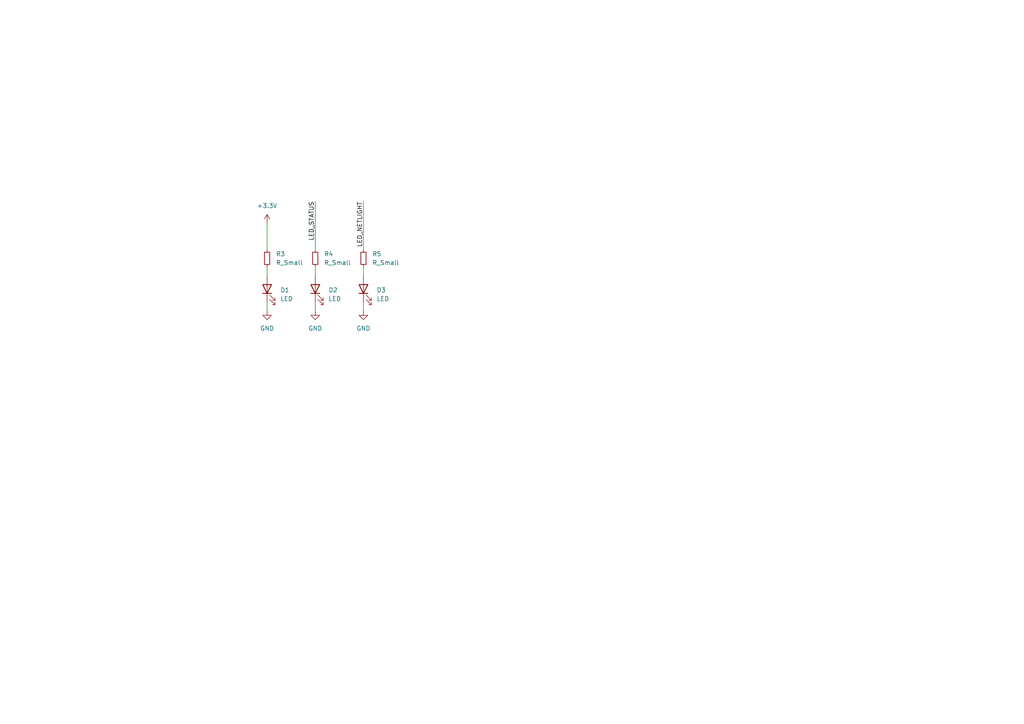
<source format=kicad_sch>
(kicad_sch (version 20230121) (generator eeschema)
  (paper "A4")
  (lib_symbols
    (symbol "Device:LED" (pin_numbers hide) (pin_names (offset 1.016) hide)
      (property "Reference" "D" (at 0 2.54 0))
      (property "Value" "LED" (at 0 -2.54 0))
      (symbol "LED_0_1"
        (polyline (pts (xy -1.27 -1.27) (xy -1.27 1.27)) (stroke (width 0.254)))
        (polyline (pts (xy -1.27 0) (xy 1.27 0)))
        (polyline (pts (xy 1.27 -1.27) (xy 1.27 1.27) (xy -1.27 0) (xy 1.27 -1.27)) (stroke (width 0.254)))
        (polyline (pts (xy -3.048 -0.762) (xy -4.572 -2.286) (xy -3.81 -2.286) (xy -4.572 -2.286) (xy -4.572 -1.524)))
        (polyline (pts (xy -1.778 -0.762) (xy -3.302 -2.286) (xy -2.54 -2.286) (xy -3.302 -2.286) (xy -3.302 -1.524)))
      )
      (symbol "LED_1_1"
        (pin passive line (at -3.81 0 0) (length 2.54) (name "K") (number "1"))
        (pin passive line (at 3.81 0 180) (length 2.54) (name "A") (number "2"))
      )
    )
    (symbol "Device:R_Small" (pin_numbers hide) (pin_names (offset 0.254) hide)
      (property "Reference" "R" (at 0.762 0.508 0))
      (property "Value" "R_Small" (at 0.762 -1.016 0))
      (symbol "R_Small_0_1"
        (rectangle (start -0.762 1.778) (end 0.762 -1.778) (stroke (width 0.2032)))
      )
      (symbol "R_Small_1_1"
        (pin passive line (at 0 2.54 270) (length 0.762) (name "~") (number "1"))
        (pin passive line (at 0 -2.54 90) (length 0.762) (name "~") (number "2"))
      )
    )
    (symbol "power:+3.3V" (power) (pin_names (offset 0))
      (property "Value" "+3.3V" (at 0 3.556 0))
      (symbol "+3.3V_0_1"
        (polyline (pts (xy -0.762 1.27) (xy 0 2.54)))
        (polyline (pts (xy 0 0) (xy 0 2.54)))
        (polyline (pts (xy 0 2.54) (xy 0.762 1.27)))
      )
      (symbol "+3.3V_1_1"
        (pin power_in line (at 0 0 90) (length 0) hide (name "+3.3V") (number "1"))
      )
    )
    (symbol "power:GND" (power) (pin_names (offset 0))
      (property "Value" "GND" (at 0 -3.81 0))
      (symbol "GND_0_1"
        (polyline (pts (xy 0 0) (xy 0 -1.27) (xy 1.27 -1.27) (xy 0 -2.54) (xy -1.27 -1.27) (xy 0 -1.27)))
      )
      (symbol "GND_1_1"
        (pin power_in line (at 0 0 270) (length 0) hide (name "GND") (number "1"))
      )
    )
  )
  (wire (pts (xy 77.47 87.63) (xy 77.47 90.17)))
  (wire (pts (xy 91.44 58.42) (xy 91.44 72.39)))
  (wire (pts (xy 105.41 77.47) (xy 105.41 80.01)))
  (wire (pts (xy 91.44 87.63) (xy 91.44 90.17)))
  (wire (pts (xy 77.47 64.77) (xy 77.47 72.39)))
  (wire (pts (xy 105.41 87.63) (xy 105.41 90.17)))
  (wire (pts (xy 105.41 58.42) (xy 105.41 72.39)))
  (wire (pts (xy 77.47 77.47) (xy 77.47 80.01)))
  (wire (pts (xy 91.44 77.47) (xy 91.44 80.01)))
  (label "LED_NETLIGHT" (at 105.41 58.42 270))
  (label "LED_STATUS" (at 91.44 58.42 270))
  (symbol (lib_id "power:GND") (at 91.44 90.17 0) (unit 1)
    (property "Reference" "#PWR0102" (effects hide))
    (property "Value" "GND" (at 91.44 95.25 0))
    (instances (project "modulo_sim7080G" (path "" (reference "#PWR0102") (unit 1)) (path "" (reference "#PWR028") (unit 1))))
  )
  (symbol (lib_id "power:+3.3V") (at 77.47 64.77 0) (unit 1)
    (property "Reference" "#PWR0105" (effects hide))
    (property "Value" "+3.3V" (at 77.47 59.69 0))
    (instances (project "modulo_sim7080G" (path "" (reference "#PWR0105") (unit 1)) (path "" (reference "#PWR06") (unit 1))))
  )
  (symbol (lib_id "Device:R_Small") (at 105.41 74.93 0) (unit 1)
    (property "Reference" "R5" (at 107.95 73.6599 0) (effects (justify left)))
    (property "Value" "R_Small" (at 107.95 76.1999 0) (effects (justify left)))
    (property "Footprint" "Resistor_SMD:R_0805_2012Metric" (effects hide))
  )
  (symbol (lib_id "Device:LED") (at 77.47 83.82 90) (unit 1)
    (property "Reference" "D1" (at 81.28 84.1374 90) (effects (justify right)))
    (property "Value" "LED" (at 81.28 86.6774 90) (effects (justify right)))
    (property "Footprint" "LED_SMD:LED_0805_2012Metric" (effects hide))
  )
  (symbol (lib_id "Device:LED") (at 91.44 83.82 90) (unit 1)
    (property "Reference" "D2" (at 95.25 84.1374 90) (effects (justify right)))
    (property "Value" "LED" (at 95.25 86.6774 90) (effects (justify right)))
    (property "Footprint" "LED_SMD:LED_0805_2012Metric" (effects hide))
  )
  (symbol (lib_id "Device:LED") (at 105.41 83.82 90) (unit 1)
    (property "Reference" "D3" (at 109.22 84.1374 90) (effects (justify right)))
    (property "Value" "LED" (at 109.22 86.6774 90) (effects (justify right)))
    (property "Footprint" "LED_SMD:LED_0805_2012Metric" (effects hide))
  )
  (symbol (lib_id "Device:R_Small") (at 77.47 74.93 0) (unit 1)
    (property "Reference" "R3" (at 80.01 73.6599 0) (effects (justify left)))
    (property "Value" "R_Small" (at 80.01 76.1999 0) (effects (justify left)))
    (property "Footprint" "Resistor_SMD:R_0805_2012Metric" (effects hide))
  )
  (symbol (lib_id "power:GND") (at 105.41 90.17 0) (unit 1)
    (property "Reference" "#PWR0103" (effects hide))
    (property "Value" "GND" (at 105.41 95.25 0))
    (instances (project "modulo_sim7080G" (path "" (reference "#PWR0103") (unit 1)) (path "" (reference "#PWR029") (unit 1))))
  )
  (symbol (lib_id "power:GND") (at 77.47 90.17 0) (unit 1)
    (property "Reference" "#PWR0101" (effects hide))
    (property "Value" "GND" (at 77.47 95.25 0))
    (instances (project "modulo_sim7080G" (path "" (reference "#PWR0101") (unit 1)) (path "" (reference "#PWR07") (unit 1))))
  )
  (symbol (lib_id "Device:R_Small") (at 91.44 74.93 0) (unit 1)
    (property "Reference" "R4" (at 93.98 73.6599 0) (effects (justify left)))
    (property "Value" "R_Small" (at 93.98 76.1999 0) (effects (justify left)))
    (property "Footprint" "Resistor_SMD:R_0805_2012Metric" (effects hide))
  )
)
</source>
